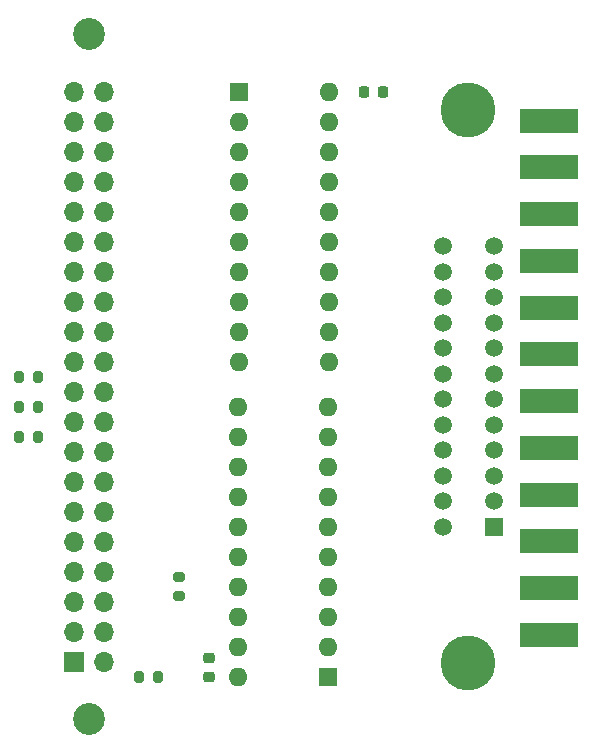
<source format=gts>
%TF.GenerationSoftware,KiCad,Pcbnew,(6.0.0)*%
%TF.CreationDate,2022-08-18T22:07:18-04:00*%
%TF.ProjectId,gpib breakout,67706962-2062-4726-9561-6b6f75742e6b,rev?*%
%TF.SameCoordinates,Original*%
%TF.FileFunction,Soldermask,Top*%
%TF.FilePolarity,Negative*%
%FSLAX46Y46*%
G04 Gerber Fmt 4.6, Leading zero omitted, Abs format (unit mm)*
G04 Created by KiCad (PCBNEW (6.0.0)) date 2022-08-18 22:07:18*
%MOMM*%
%LPD*%
G01*
G04 APERTURE LIST*
G04 Aperture macros list*
%AMRoundRect*
0 Rectangle with rounded corners*
0 $1 Rounding radius*
0 $2 $3 $4 $5 $6 $7 $8 $9 X,Y pos of 4 corners*
0 Add a 4 corners polygon primitive as box body*
4,1,4,$2,$3,$4,$5,$6,$7,$8,$9,$2,$3,0*
0 Add four circle primitives for the rounded corners*
1,1,$1+$1,$2,$3*
1,1,$1+$1,$4,$5*
1,1,$1+$1,$6,$7*
1,1,$1+$1,$8,$9*
0 Add four rect primitives between the rounded corners*
20,1,$1+$1,$2,$3,$4,$5,0*
20,1,$1+$1,$4,$5,$6,$7,0*
20,1,$1+$1,$6,$7,$8,$9,0*
20,1,$1+$1,$8,$9,$2,$3,0*%
G04 Aperture macros list end*
%ADD10RoundRect,0.225000X-0.225000X-0.250000X0.225000X-0.250000X0.225000X0.250000X-0.225000X0.250000X0*%
%ADD11RoundRect,0.200000X-0.275000X0.200000X-0.275000X-0.200000X0.275000X-0.200000X0.275000X0.200000X0*%
%ADD12C,2.700000*%
%ADD13RoundRect,0.200000X-0.200000X-0.275000X0.200000X-0.275000X0.200000X0.275000X-0.200000X0.275000X0*%
%ADD14RoundRect,0.200000X0.200000X0.275000X-0.200000X0.275000X-0.200000X-0.275000X0.200000X-0.275000X0*%
%ADD15R,5.000000X2.000000*%
%ADD16RoundRect,0.225000X0.250000X-0.225000X0.250000X0.225000X-0.250000X0.225000X-0.250000X-0.225000X0*%
%ADD17R,1.600000X1.600000*%
%ADD18O,1.600000X1.600000*%
%ADD19C,1.500000*%
%ADD20R,1.500000X1.500000*%
%ADD21C,4.650000*%
%ADD22R,1.700000X1.700000*%
%ADD23O,1.700000X1.700000*%
G04 APERTURE END LIST*
D10*
%TO.C,C1*%
X222745000Y-71120000D03*
X224295000Y-71120000D03*
%TD*%
D11*
%TO.C,R4*%
X207010000Y-112205000D03*
X207010000Y-113855000D03*
%TD*%
D12*
%TO.C,REF\u002A\u002A*%
X199390000Y-66250000D03*
%TD*%
D13*
%TO.C,R3*%
X193485000Y-95250000D03*
X195135000Y-95250000D03*
%TD*%
D14*
%TO.C,R5*%
X205295000Y-120650000D03*
X203645000Y-120650000D03*
%TD*%
D15*
%TO.C,J1*%
X238390500Y-73575000D03*
X238400500Y-77525000D03*
X238400500Y-81485000D03*
X238410500Y-85445000D03*
X238400500Y-89405000D03*
X238400500Y-93365000D03*
X238410500Y-97325000D03*
X238400500Y-101285000D03*
X238400500Y-105245000D03*
X238400500Y-109205000D03*
X238400500Y-113165000D03*
X238400500Y-117125000D03*
%TD*%
D16*
%TO.C,C2*%
X209550000Y-120650000D03*
X209550000Y-119100000D03*
%TD*%
D12*
%TO.C,REF\u002A\u002A*%
X199390000Y-124245000D03*
%TD*%
D13*
%TO.C,R2*%
X193485000Y-97790000D03*
X195135000Y-97790000D03*
%TD*%
D17*
%TO.C,U2*%
X219700000Y-120645000D03*
D18*
X219700000Y-118105000D03*
X219700000Y-115565000D03*
X219700000Y-113025000D03*
X219700000Y-110485000D03*
X219700000Y-107945000D03*
X219700000Y-105405000D03*
X219700000Y-102865000D03*
X219700000Y-100325000D03*
X219700000Y-97785000D03*
X212080000Y-97785000D03*
X212080000Y-100325000D03*
X212080000Y-102865000D03*
X212080000Y-105405000D03*
X212080000Y-107945000D03*
X212080000Y-110485000D03*
X212080000Y-113025000D03*
X212080000Y-115565000D03*
X212080000Y-118105000D03*
X212080000Y-120645000D03*
%TD*%
D19*
%TO.C,J2*%
X229390000Y-84190000D03*
X229390000Y-86350000D03*
X229390000Y-88510000D03*
X229390000Y-90670000D03*
X229390000Y-92830000D03*
X229390000Y-94990000D03*
X229390000Y-97150000D03*
X229390000Y-99310000D03*
X229390000Y-101470000D03*
X229390000Y-103630000D03*
X229390000Y-105790000D03*
X229390000Y-107950000D03*
X233680000Y-84190000D03*
X233680000Y-86350000D03*
X233680000Y-88510000D03*
X233680000Y-90670000D03*
X233680000Y-92830000D03*
X233680000Y-94990000D03*
X233680000Y-97150000D03*
X233680000Y-99310000D03*
X233680000Y-101470000D03*
X233680000Y-103630000D03*
X233680000Y-105790000D03*
D20*
X233680000Y-107950000D03*
D21*
X231535000Y-119470000D03*
X231535000Y-72670000D03*
%TD*%
D17*
%TO.C,U1*%
X212100000Y-71125000D03*
D18*
X212100000Y-73665000D03*
X212100000Y-76205000D03*
X212100000Y-78745000D03*
X212100000Y-81285000D03*
X212100000Y-83825000D03*
X212100000Y-86365000D03*
X212100000Y-88905000D03*
X212100000Y-91445000D03*
X212100000Y-93985000D03*
X219720000Y-93985000D03*
X219720000Y-91445000D03*
X219720000Y-88905000D03*
X219720000Y-86365000D03*
X219720000Y-83825000D03*
X219720000Y-81285000D03*
X219720000Y-78745000D03*
X219720000Y-76205000D03*
X219720000Y-73665000D03*
X219720000Y-71125000D03*
%TD*%
D13*
%TO.C,R1*%
X193485000Y-100330000D03*
X195135000Y-100330000D03*
%TD*%
D22*
%TO.C,J3*%
X198115000Y-119375000D03*
D23*
X200655000Y-119375000D03*
X198115000Y-116835000D03*
X200655000Y-116835000D03*
X198115000Y-114295000D03*
X200655000Y-114295000D03*
X198115000Y-111755000D03*
X200655000Y-111755000D03*
X198115000Y-109215000D03*
X200655000Y-109215000D03*
X198115000Y-106675000D03*
X200655000Y-106675000D03*
X198115000Y-104135000D03*
X200655000Y-104135000D03*
X198115000Y-101595000D03*
X200655000Y-101595000D03*
X198115000Y-99055000D03*
X200655000Y-99055000D03*
X198115000Y-96515000D03*
X200655000Y-96515000D03*
X198115000Y-93975000D03*
X200655000Y-93975000D03*
X198115000Y-91435000D03*
X200655000Y-91435000D03*
X198115000Y-88895000D03*
X200655000Y-88895000D03*
X198115000Y-86355000D03*
X200655000Y-86355000D03*
X198115000Y-83815000D03*
X200655000Y-83815000D03*
X198115000Y-81275000D03*
X200655000Y-81275000D03*
X198115000Y-78735000D03*
X200655000Y-78735000D03*
X198115000Y-76195000D03*
X200655000Y-76195000D03*
X198115000Y-73655000D03*
X200655000Y-73655000D03*
X198115000Y-71115000D03*
X200655000Y-71115000D03*
%TD*%
M02*

</source>
